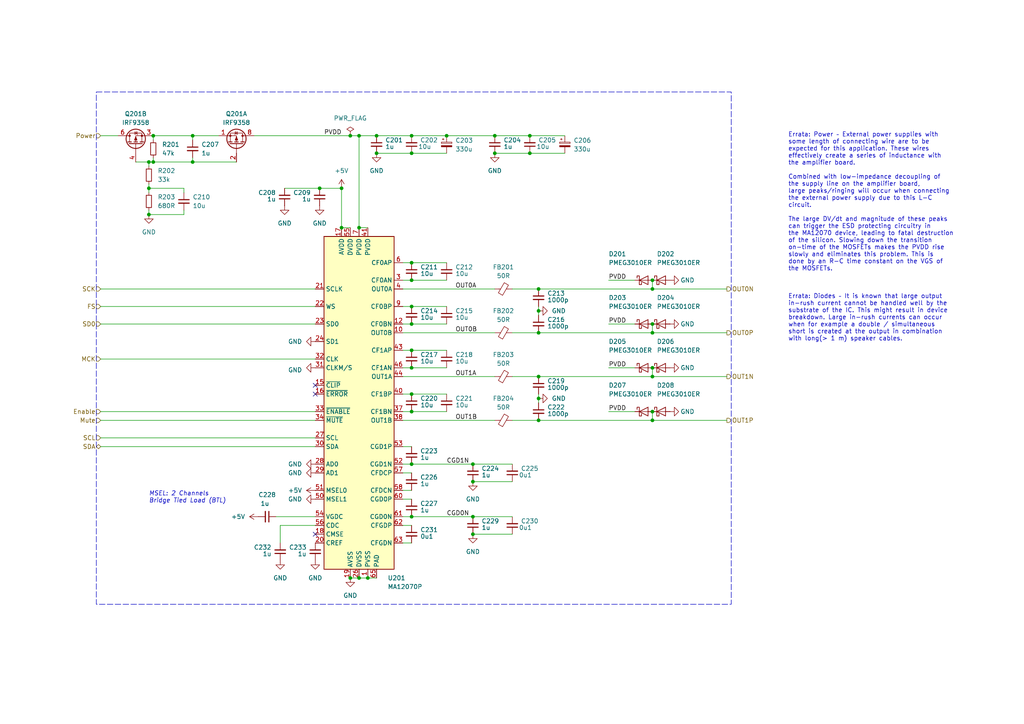
<source format=kicad_sch>
(kicad_sch (version 20250114) (generator "eeschema") (generator_version "9.0")
  (paper "A4")
  (title_block (title "Amplifier Audio") (date "2025-10-27") (rev "2") (company "Versio Duo"))
  (lib_symbols
    (symbol "Device:C_Polarized_Small" (pin_numbers (hide yes)) (pin_names (offset 0.254) (hide yes))
      (property "Reference" "C" (at 0.254 1.778 0))
      (property "Value" "C_Polarized_Small" (at 0.254 -2.032 0))
      (symbol "C_Polarized_Small_0_1"
        (rectangle (start -1.524 0.6858) (end 1.524 0.3048))
        (rectangle (start -1.524 -0.3048) (end 1.524 -0.6858) (fill (type outline)))
        (polyline (pts (xy -1.27 1.524) (xy -0.762 1.524)))
        (polyline (pts (xy -1.016 1.27) (xy -1.016 1.778)))
      )
      (symbol "C_Polarized_Small_1_1"
        (pin passive line (at 0 2.54 270) (length 1.8542) (name "~") (number "1"))
        (pin passive line (at 0 -2.54 90) (length 1.8542) (name "~") (number "2"))
      )
    )
    (symbol "Device:C_Small" (pin_numbers (hide yes)) (pin_names (offset 0.254) (hide yes))
      (property "Reference" "C" (at 0.254 1.778 0))
      (property "Value" "C_Small" (at 0.254 -2.032 0))
      (symbol "C_Small_0_1"
        (polyline (pts (xy -1.524 0.508) (xy 1.524 0.508)) (stroke (width 0.3048)))
        (polyline (pts (xy -1.524 -0.508) (xy 1.524 -0.508)) (stroke (width 0.3302)))
      )
      (symbol "C_Small_1_1"
        (pin passive line (at 0 2.54 270) (length 2.032) (name "~") (number "1"))
        (pin passive line (at 0 -2.54 90) (length 2.032) (name "~") (number "2"))
      )
    )
    (symbol "Device:FerriteBead_Small" (pin_numbers (hide yes)) (pin_names (offset 0))
      (property "Reference" "FB" (at 1.905 1.27 0))
      (property "Value" "FerriteBead_Small" (at 1.905 -1.27 0))
      (symbol "FerriteBead_Small_0_1"
        (polyline (pts (xy -1.8288 0.2794) (xy -1.1176 1.4986) (xy 1.8288 -0.2032) (xy 1.1176 -1.4224) (xy -1.8288 0.2794)))
        (polyline (pts (xy 0 0.889) (xy 0 1.2954)))
        (polyline (pts (xy 0 -1.27) (xy 0 -0.7874)))
      )
      (symbol "FerriteBead_Small_1_1"
        (pin passive line (at 0 2.54 270) (length 1.27) (name "~") (number "1"))
        (pin passive line (at 0 -2.54 90) (length 1.27) (name "~") (number "2"))
      )
    )
    (symbol "Device:R_Small" (pin_numbers (hide yes)) (pin_names (offset 0.254) (hide yes))
      (property "Reference" "R" (at 0 0 90))
      (property "Value" "R_Small" (at 1.778 0 90))
      (symbol "R_Small_0_1"
        (rectangle (start -0.762 1.778) (end 0.762 -1.778) (stroke (width 0.2032)))
      )
      (symbol "R_Small_1_1"
        (pin passive line (at 0 2.54 270) (length 0.762) (name "~") (number "1"))
        (pin passive line (at 0 -2.54 90) (length 0.762) (name "~") (number "2"))
      )
    )
    (symbol "V2_Amplifier_Audio:MA12040P"
      (property "Reference" "U" (at -10.16 49.53 0))
      (property "Value" "MA12070P" (at 3.81 49.53 0))
      (symbol "MA12040P_0_1"
        (rectangle (start -10.16 48.26) (end 10.16 -48.26) (stroke (width 0.254)) (fill (type background)))
      )
      (symbol "MA12040P_1_1"
        (pin input line (at -12.7 33.02 0) (length 2.54) (name "SCLK") (number "21"))
        (pin input line (at -12.7 27.94 0) (length 2.54) (name "WS") (number "22"))
        (pin input line (at -12.7 22.86 0) (length 2.54) (name "SD0") (number "23"))
        (pin input line (at -12.7 17.78 0) (length 2.54) (name "SD1") (number "24"))
        (pin input line (at -12.7 12.7 0) (length 2.54) (name "CLK") (number "32"))
        (pin input line (at -12.7 10.16 0) (length 2.54) (name "CLKM/S") (number "31"))
        (pin output line (at -12.7 5.08 0) (length 2.54) (name "~{CLIP}") (number "15"))
        (pin output line (at -12.7 2.54 0) (length 2.54) (name "~{ERROR}") (number "16"))
        (pin input line (at -12.7 -2.54 0) (length 2.54) (name "~{ENABLE}") (number "33"))
        (pin input line (at -12.7 -5.08 0) (length 2.54) (name "~{MUTE}") (number "34"))
        (pin input line (at -12.7 -10.16 0) (length 2.54) (name "SCL") (number "27"))
        (pin bidirectional line (at -12.7 -12.7 0) (length 2.54) (name "SDA") (number "30"))
        (pin input line (at -12.7 -17.78 0) (length 2.54) (name "AD0") (number "28"))
        (pin input line (at -12.7 -20.32 0) (length 2.54) (name "AD1") (number "29"))
        (pin input line (at -12.7 -25.4 0) (length 2.54) (name "MSEL0") (number "51"))
        (pin input line (at -12.7 -27.94 0) (length 2.54) (name "MSEL1") (number "50"))
        (pin passive line (at -12.7 -33.02 0) (length 2.54) (name "VGDC") (number "54"))
        (pin passive line (at -12.7 -35.56 0) (length 2.54) (name "CDC") (number "56"))
        (pin passive line (at -12.7 -38.1 0) (length 2.54) (name "CMSE") (number "18"))
        (pin passive line (at -12.7 -40.64 0) (length 2.54) (name "CREF") (number "20"))
        (pin power_in line (at -5.08 50.8 270) (length 2.54) (name "AVDD") (number "17"))
        (pin power_in line (at -2.54 50.8 270) (length 2.54) (name "DVDD") (number "55"))
        (pin power_in line (at -2.54 -50.8 90) (length 2.54) (name "AVSS") (number "19"))
        (pin passive line (at -2.54 -50.8 90) (length 2.54) (hide yes) (name "AVSS") (number "25"))
        (pin power_in line (at 0 50.8 270) (length 2.54) (name "PVDD") (number "7"))
        (pin passive line (at 0 50.8 270) (length 2.54) (hide yes) (name "PVDD") (number "8"))
        (pin power_in line (at 0 -50.8 90) (length 2.54) (name "DVSS") (number "26"))
        (pin passive line (at 0 -50.8 90) (length 2.54) (hide yes) (name "DVSS") (number "59"))
        (pin no_connect line (at 0 -66.04 180) (length 2.54) (hide yes) (name "NC") (number "49"))
        (pin no_connect line (at 0 -68.58 180) (length 2.54) (hide yes) (name "NC") (number "64"))
        (pin power_in line (at 2.54 50.8 270) (length 2.54) (name "PVDD") (number "41"))
        (pin passive line (at 2.54 50.8 270) (length 2.54) (hide yes) (name "PVDD") (number "42"))
        (pin power_in line (at 2.54 -50.8 90) (length 2.54) (name "PVSS") (number "1"))
        (pin passive line (at 2.54 -50.8 90) (length 2.54) (hide yes) (name "PVSS") (number "13"))
        (pin passive line (at 2.54 -50.8 90) (length 2.54) (hide yes) (name "PVSS") (number "14"))
        (pin passive line (at 2.54 -50.8 90) (length 2.54) (hide yes) (name "PVSS") (number "2"))
        (pin passive line (at 2.54 -50.8 90) (length 2.54) (hide yes) (name "PVSS") (number "35"))
        (pin passive line (at 2.54 -50.8 90) (length 2.54) (hide yes) (name "PVSS") (number "36"))
        (pin passive line (at 2.54 -50.8 90) (length 2.54) (hide yes) (name "PVSS") (number "47"))
        (pin passive line (at 2.54 -50.8 90) (length 2.54) (hide yes) (name "PVSS") (number "48"))
        (pin input line (at 5.08 -50.8 90) (length 2.54) (name "PAD") (number "65"))
        (pin passive line (at 12.7 40.64 180) (length 2.54) (name "CF0AP") (number "6"))
        (pin passive line (at 12.7 35.56 180) (length 2.54) (name "CF0AN") (number "3"))
        (pin output line (at 12.7 33.02 180) (length 2.54) (name "OUT0A") (number "4"))
        (pin passive line (at 12.7 33.02 180) (length 2.54) (hide yes) (name "OUT0A") (number "5"))
        (pin passive line (at 12.7 27.94 180) (length 2.54) (name "CF0BP") (number "9"))
        (pin passive line (at 12.7 22.86 180) (length 2.54) (name "CF0BN") (number "12"))
        (pin output line (at 12.7 20.32 180) (length 2.54) (name "OUT0B") (number "10"))
        (pin passive line (at 12.7 20.32 180) (length 2.54) (hide yes) (name "OUT0B") (number "11"))
        (pin passive line (at 12.7 15.24 180) (length 2.54) (name "CF1AP") (number "43"))
        (pin passive line (at 12.7 10.16 180) (length 2.54) (name "CF1AN") (number "46"))
        (pin output line (at 12.7 7.62 180) (length 2.54) (name "OUT1A") (number "44"))
        (pin passive line (at 12.7 7.62 180) (length 2.54) (hide yes) (name "OUT1A") (number "45"))
        (pin passive line (at 12.7 2.54 180) (length 2.54) (name "CF1BP") (number "40"))
        (pin passive line (at 12.7 -2.54 180) (length 2.54) (name "CF1BN") (number "37"))
        (pin output line (at 12.7 -5.08 180) (length 2.54) (name "OUT1B") (number "38"))
        (pin passive line (at 12.7 -5.08 180) (length 2.54) (hide yes) (name "OUT1B") (number "39"))
        (pin passive line (at 12.7 -12.7 180) (length 2.54) (name "CGD1P") (number "53"))
        (pin passive line (at 12.7 -17.78 180) (length 2.54) (name "CGD1N") (number "52"))
        (pin passive line (at 12.7 -20.32 180) (length 2.54) (name "CFDCP") (number "57"))
        (pin passive line (at 12.7 -25.4 180) (length 2.54) (name "CFDCN") (number "58"))
        (pin passive line (at 12.7 -27.94 180) (length 2.54) (name "CGD0P") (number "60"))
        (pin passive line (at 12.7 -33.02 180) (length 2.54) (name "CGD0N") (number "61"))
        (pin passive line (at 12.7 -35.56 180) (length 2.54) (name "CFGDP") (number "62"))
        (pin passive line (at 12.7 -40.64 180) (length 2.54) (name "CFGDN") (number "63"))
      )
    )
    (symbol "V2_Diode:PMEG3010ER" (pin_numbers (hide yes)) (pin_names (hide yes))
      (property "Reference" "D" (at 0 2.54 0))
      (property "Value" "PMEG3010ER" (at 0 -2.54 0))
      (symbol "PMEG3010ER_0_1"
        (polyline (pts (xy -1.905 0.635) (xy -1.905 1.27) (xy -1.27 1.27) (xy -1.27 -1.27) (xy -0.635 -1.27) (xy -0.635 -0.635)) (stroke (width 0.2032)))
        (polyline (pts (xy 1.27 1.27) (xy 1.27 -1.27) (xy -1.27 0) (xy 1.27 1.27)) (stroke (width 0.2032)))
        (polyline (pts (xy 1.27 0) (xy -1.27 0)))
      )
      (symbol "PMEG3010ER_1_1"
        (pin passive line (at -2.54 0 0) (length 1.27) (name "K") (number "1"))
        (pin passive line (at 2.54 0 180) (length 1.27) (name "A") (number "2"))
      )
    )
    (symbol "V2_Transistor_FET:IRF9358" (pin_names (hide yes))
      (property "Reference" "Q" (at 5.08 1.905 0))
      (property "Value" "IRF9358" (at 5.08 0 0))
      (symbol "IRF9358_0_1"
        (polyline (pts (xy 0.254 1.905) (xy 0.254 -1.905)) (stroke (width 0.254)))
        (polyline (pts (xy 0.254 0) (xy -2.54 0)))
        (polyline (pts (xy 0.762 2.286) (xy 0.762 1.27)) (stroke (width 0.254)))
        (polyline (pts (xy 0.762 1.778) (xy 3.302 1.778) (xy 3.302 -1.778) (xy 0.762 -1.778)))
        (polyline (pts (xy 0.762 0.508) (xy 0.762 -0.508)) (stroke (width 0.254)))
        (polyline (pts (xy 0.762 -1.27) (xy 0.762 -2.286)) (stroke (width 0.254)))
        (circle (center 1.651 0) (radius 2.794) (stroke (width 0.254)))
        (polyline (pts (xy 2.286 0) (xy 1.27 0.381) (xy 1.27 -0.381) (xy 2.286 0)) (fill (type outline)))
        (polyline (pts (xy 2.54 2.54) (xy 2.54 1.778)))
        (circle (center 2.54 1.778) (radius 0.254) (fill (type outline)))
        (circle (center 2.54 -1.778) (radius 0.254) (fill (type outline)))
        (polyline (pts (xy 2.54 -2.54) (xy 2.54 0) (xy 0.762 0)))
        (polyline (pts (xy 2.794 -0.508) (xy 2.921 -0.381) (xy 3.683 -0.381) (xy 3.81 -0.254)))
        (polyline (pts (xy 3.302 -0.381) (xy 2.921 0.254) (xy 3.683 0.254) (xy 3.302 -0.381)))
      )
      (symbol "IRF9358_1_1"
        (pin input line (at -5.08 0 0) (length 2.54) (name "G1") (number "2"))
        (pin passive line (at 2.54 5.08 270) (length 2.54) (hide yes) (name "D1") (number "7"))
        (pin passive line (at 2.54 5.08 270) (length 2.54) (name "D1") (number "8"))
        (pin passive line (at 2.54 -5.08 90) (length 2.54) (name "S1") (number "1"))
      )
      (symbol "IRF9358_2_1"
        (pin input line (at -5.08 0 0) (length 2.54) (name "G2") (number "4"))
        (pin passive line (at 2.54 5.08 270) (length 2.54) (hide yes) (name "D2") (number "5"))
        (pin passive line (at 2.54 5.08 270) (length 2.54) (name "D2") (number "6"))
        (pin passive line (at 2.54 -5.08 90) (length 2.54) (name "S2") (number "3"))
      )
    )
    (symbol "power:+5V" (power) (pin_numbers (hide yes)) (pin_names (offset 0) (hide yes))
      (property "Value" "+5V" (at 0 3.556 0))
      (symbol "+5V_0_1"
        (polyline (pts (xy -0.762 1.27) (xy 0 2.54)))
        (polyline (pts (xy 0 2.54) (xy 0.762 1.27)))
        (polyline (pts (xy 0 0) (xy 0 2.54)))
      )
      (symbol "+5V_1_1"
        (pin power_in line (at 0 0 90) (length 0) (name "~") (number "1"))
      )
    )
    (symbol "power:GND" (power) (pin_numbers (hide yes)) (pin_names (offset 0) (hide yes))
      (property "Value" "GND" (at 0 -3.81 0))
      (symbol "GND_0_1"
        (polyline (pts (xy 0 0) (xy 0 -1.27) (xy 1.27 -1.27) (xy 0 -2.54) (xy -1.27 -1.27) (xy 0 -1.27)))
      )
      (symbol "GND_1_1"
        (pin power_in line (at 0 0 270) (length 0) (name "~") (number "1"))
      )
    )
    (symbol "power:PWR_FLAG" (power) (pin_numbers (hide yes)) (pin_names (offset 0) (hide yes))
      (property "Value" "PWR_FLAG" (at 0 3.81 0))
      (symbol "PWR_FLAG_0_0"
        (pin power_out line (at 0 0 90) (length 0) (name "~") (number "1"))
      )
      (symbol "PWR_FLAG_0_1"
        (polyline (pts (xy 0 0) (xy 0 1.27) (xy -1.016 1.905) (xy 0 2.54) (xy 1.016 1.905) (xy 0 1.27)))
      )
    )
  )
  (rectangle (start 27.94 26.67) (end 212.09 175.26) (stroke (width 0) (type dash)))
  (text "Errata: Diodes – It is known that large output\nin-rush current cannot be handled well by the\nsubstrate of the IC. This might result in device\nbreakdown. Large in-rush currents can occur\nwhen for example a double / simultaneous\nshort is created at the output in combination\nwith long(> 1 m) speaker cables.\n" (at 228.6 99.06 0) (effects (font (size 1.27 1.27)) (justify left bottom)))
  (text "MSEL: 2 Channels\nBridge Tied Load (BTL)" (at 43.18 146.05 0) (effects (font (size 1.27 1.27) (italic yes)) (justify left bottom)))
  (text "Errata: Power – External power supplies with\nsome length of connecting wire are to be\nexpected for this application. These wires\neffectively create a series of inductance with\nthe amplifier board.\n\nCombined with low-impedance decoupling of\nthe supply line on the amplifier board,\nlarge peaks/ringing will occur when connecting\nthe external power supply due to this L-C\ncircuit.\n\nThe large DV/dt and magnitude of these peaks\ncan trigger the ESD protecting circuitry in\nthe MA12070 device, leading to fatal destruction\nof the silicon. Slowing down the transition\non-time of the MOSFETs makes the PVDD rise\nslowly and eliminates this problem. This is\ndone by an R-C time constant on the VGS of\nthe MOSFETs." (at 228.6 78.74 0) (effects (font (size 1.27 1.27)) (justify left bottom)))
  (junction (at 43.18 54.61))
  (junction (at 189.23 93.98))
  (junction (at 43.18 46.99))
  (junction (at 137.16 149.86))
  (junction (at 137.16 139.7))
  (junction (at 189.23 83.82))
  (junction (at 119.38 119.38))
  (junction (at 99.06 66.04))
  (junction (at 109.22 39.37))
  (junction (at 101.6 39.37))
  (junction (at 156.21 115.57))
  (junction (at 119.38 101.6))
  (junction (at 137.16 154.94))
  (junction (at 44.45 39.37))
  (junction (at 119.38 76.2))
  (junction (at 143.51 44.45))
  (junction (at 153.67 39.37))
  (junction (at 119.38 88.9))
  (junction (at 44.45 46.99))
  (junction (at 156.21 121.92))
  (junction (at 143.51 39.37))
  (junction (at 156.21 96.52))
  (junction (at 119.38 149.86))
  (junction (at 109.22 44.45))
  (junction (at 189.23 121.92))
  (junction (at 156.21 83.82))
  (junction (at 119.38 81.28))
  (junction (at 119.38 39.37))
  (junction (at 119.38 114.3))
  (junction (at 153.67 44.45))
  (junction (at 104.14 167.64))
  (junction (at 104.14 66.04))
  (junction (at 43.18 62.23))
  (junction (at 119.38 106.68))
  (junction (at 106.68 167.64))
  (junction (at 156.21 109.22))
  (junction (at 137.16 134.62))
  (junction (at 156.21 90.17))
  (junction (at 104.14 39.37))
  (junction (at 55.88 46.99))
  (junction (at 189.23 96.52))
  (junction (at 129.54 39.37))
  (junction (at 55.88 39.37))
  (junction (at 189.23 106.68))
  (junction (at 119.38 44.45))
  (junction (at 189.23 109.22))
  (junction (at 92.71 54.61))
  (junction (at 189.23 119.38))
  (junction (at 119.38 93.98))
  (junction (at 99.06 54.61))
  (junction (at 101.6 167.64))
  (junction (at 119.38 134.62))
  (junction (at 189.23 81.28))
  (no_connect (at 91.44 114.3))
  (no_connect (at 91.44 111.76))
  (no_connect (at 91.44 154.94))
  (wire (pts (xy 53.34 54.61) (xy 43.18 54.61)))
  (wire (pts (xy 148.59 121.92) (xy 156.21 121.92)))
  (wire (pts (xy 189.23 93.98) (xy 189.23 96.52)))
  (wire (pts (xy 119.38 101.6) (xy 129.54 101.6)))
  (wire (pts (xy 137.16 139.7) (xy 148.59 139.7)))
  (wire (pts (xy 119.38 144.78) (xy 116.84 144.78)))
  (wire (pts (xy 119.38 76.2) (xy 129.54 76.2)))
  (wire (pts (xy 29.21 88.9) (xy 91.44 88.9)))
  (wire (pts (xy 153.67 44.45) (xy 163.83 44.45)))
  (wire (pts (xy 116.84 101.6) (xy 119.38 101.6)))
  (wire (pts (xy 156.21 88.9) (xy 156.21 90.17)))
  (wire (pts (xy 81.28 157.48) (xy 81.28 152.4)))
  (wire (pts (xy 55.88 46.99) (xy 68.58 46.99)))
  (wire (pts (xy 99.06 66.04) (xy 101.6 66.04)))
  (wire (pts (xy 29.21 93.98) (xy 91.44 93.98)))
  (wire (pts (xy 119.38 106.68) (xy 129.54 106.68)))
  (wire (pts (xy 156.21 90.17) (xy 156.21 91.44)))
  (wire (pts (xy 143.51 44.45) (xy 153.67 44.45)))
  (wire (pts (xy 148.59 96.52) (xy 156.21 96.52)))
  (wire (pts (xy 43.18 62.23) (xy 53.34 62.23)))
  (wire (pts (xy 143.51 39.37) (xy 153.67 39.37)))
  (wire (pts (xy 43.18 48.26) (xy 43.18 46.99)))
  (wire (pts (xy 55.88 45.72) (xy 55.88 46.99)))
  (wire (pts (xy 119.38 137.16) (xy 116.84 137.16)))
  (wire (pts (xy 137.16 134.62) (xy 148.59 134.62)))
  (wire (pts (xy 119.38 142.24) (xy 116.84 142.24)))
  (wire (pts (xy 189.23 109.22) (xy 210.82 109.22)))
  (wire (pts (xy 43.18 54.61) (xy 43.18 53.34)))
  (wire (pts (xy 73.66 39.37) (xy 101.6 39.37)))
  (wire (pts (xy 119.38 134.62) (xy 116.84 134.62)))
  (wire (pts (xy 189.23 119.38) (xy 189.23 121.92)))
  (wire (pts (xy 119.38 93.98) (xy 129.54 93.98)))
  (wire (pts (xy 156.21 114.3) (xy 156.21 115.57)))
  (wire (pts (xy 116.84 119.38) (xy 119.38 119.38)))
  (wire (pts (xy 55.88 40.64) (xy 55.88 39.37)))
  (wire (pts (xy 116.84 96.52) (xy 143.51 96.52)))
  (wire (pts (xy 104.14 66.04) (xy 106.68 66.04)))
  (wire (pts (xy 116.84 93.98) (xy 119.38 93.98)))
  (wire (pts (xy 29.21 83.82) (xy 91.44 83.82)))
  (wire (pts (xy 43.18 62.23) (xy 43.18 60.96)))
  (wire (pts (xy 189.23 96.52) (xy 210.82 96.52)))
  (wire (pts (xy 119.38 134.62) (xy 137.16 134.62)))
  (wire (pts (xy 119.38 157.48) (xy 116.84 157.48)))
  (wire (pts (xy 116.84 121.92) (xy 143.51 121.92)))
  (wire (pts (xy 156.21 96.52) (xy 189.23 96.52)))
  (wire (pts (xy 189.23 81.28) (xy 189.23 83.82)))
  (wire (pts (xy 29.21 129.54) (xy 91.44 129.54)))
  (wire (pts (xy 119.38 129.54) (xy 116.84 129.54)))
  (wire (pts (xy 104.14 39.37) (xy 109.22 39.37)))
  (wire (pts (xy 43.18 55.88) (xy 43.18 54.61)))
  (wire (pts (xy 116.84 88.9) (xy 119.38 88.9)))
  (wire (pts (xy 43.18 46.99) (xy 44.45 46.99)))
  (wire (pts (xy 55.88 39.37) (xy 63.5 39.37)))
  (wire (pts (xy 148.59 109.22) (xy 156.21 109.22)))
  (wire (pts (xy 44.45 46.99) (xy 55.88 46.99)))
  (wire (pts (xy 104.14 39.37) (xy 104.14 66.04)))
  (wire (pts (xy 119.38 81.28) (xy 129.54 81.28)))
  (wire (pts (xy 29.21 119.38) (xy 91.44 119.38)))
  (wire (pts (xy 137.16 154.94) (xy 148.59 154.94)))
  (wire (pts (xy 81.28 152.4) (xy 91.44 152.4)))
  (wire (pts (xy 137.16 149.86) (xy 148.59 149.86)))
  (wire (pts (xy 116.84 83.82) (xy 143.51 83.82)))
  (wire (pts (xy 119.38 152.4) (xy 116.84 152.4)))
  (wire (pts (xy 116.84 114.3) (xy 119.38 114.3)))
  (wire (pts (xy 153.67 39.37) (xy 163.83 39.37)))
  (wire (pts (xy 176.53 93.98) (xy 184.15 93.98)))
  (wire (pts (xy 129.54 39.37) (xy 143.51 39.37)))
  (wire (pts (xy 119.38 88.9) (xy 129.54 88.9)))
  (wire (pts (xy 101.6 39.37) (xy 104.14 39.37)))
  (wire (pts (xy 44.45 39.37) (xy 55.88 39.37)))
  (wire (pts (xy 119.38 119.38) (xy 129.54 119.38)))
  (wire (pts (xy 176.53 119.38) (xy 184.15 119.38)))
  (wire (pts (xy 189.23 83.82) (xy 210.82 83.82)))
  (wire (pts (xy 156.21 109.22) (xy 189.23 109.22)))
  (wire (pts (xy 148.59 83.82) (xy 156.21 83.82)))
  (wire (pts (xy 53.34 55.88) (xy 53.34 54.61)))
  (wire (pts (xy 91.44 149.86) (xy 80.01 149.86)))
  (wire (pts (xy 39.37 46.99) (xy 43.18 46.99)))
  (wire (pts (xy 189.23 106.68) (xy 189.23 109.22)))
  (wire (pts (xy 116.84 76.2) (xy 119.38 76.2)))
  (wire (pts (xy 44.45 45.72) (xy 44.45 46.99)))
  (wire (pts (xy 53.34 62.23) (xy 53.34 60.96)))
  (wire (pts (xy 92.71 54.61) (xy 99.06 54.61)))
  (wire (pts (xy 116.84 106.68) (xy 119.38 106.68)))
  (wire (pts (xy 116.84 109.22) (xy 143.51 109.22)))
  (wire (pts (xy 29.21 104.14) (xy 91.44 104.14)))
  (wire (pts (xy 176.53 81.28) (xy 184.15 81.28)))
  (wire (pts (xy 116.84 81.28) (xy 119.38 81.28)))
  (wire (pts (xy 119.38 39.37) (xy 129.54 39.37)))
  (wire (pts (xy 156.21 115.57) (xy 156.21 116.84)))
  (wire (pts (xy 109.22 44.45) (xy 119.38 44.45)))
  (wire (pts (xy 119.38 44.45) (xy 129.54 44.45)))
  (wire (pts (xy 29.21 39.37) (xy 34.29 39.37)))
  (wire (pts (xy 109.22 39.37) (xy 119.38 39.37)))
  (wire (pts (xy 106.68 167.64) (xy 109.22 167.64)))
  (wire (pts (xy 29.21 121.92) (xy 91.44 121.92)))
  (wire (pts (xy 104.14 167.64) (xy 106.68 167.64)))
  (wire (pts (xy 101.6 167.64) (xy 104.14 167.64)))
  (wire (pts (xy 156.21 121.92) (xy 189.23 121.92)))
  (wire (pts (xy 189.23 121.92) (xy 210.82 121.92)))
  (wire (pts (xy 119.38 114.3) (xy 129.54 114.3)))
  (wire (pts (xy 44.45 40.64) (xy 44.45 39.37)))
  (wire (pts (xy 119.38 149.86) (xy 116.84 149.86)))
  (wire (pts (xy 29.21 127) (xy 91.44 127)))
  (wire (pts (xy 82.55 54.61) (xy 92.71 54.61)))
  (wire (pts (xy 99.06 54.61) (xy 99.06 66.04)))
  (wire (pts (xy 176.53 106.68) (xy 184.15 106.68)))
  (wire (pts (xy 119.38 149.86) (xy 137.16 149.86)))
  (wire (pts (xy 156.21 83.82) (xy 189.23 83.82)))
  (label "PVDD" (at 176.53 93.98 0))
  (label "OUT1B" (at 132.08 121.92 0))
  (label "PVDD" (at 176.53 119.38 0))
  (label "CGD0N" (at 129.54 149.86 0))
  (label "PVDD" (at 93.98 39.37 0))
  (label "OUT1A" (at 132.08 109.22 0))
  (label "PVDD" (at 176.53 81.28 0))
  (label "OUT0A" (at 132.08 83.82 0))
  (label "PVDD" (at 176.53 106.68 0))
  (label "CGD1N" (at 129.54 134.62 0))
  (label "OUT0B" (at 132.08 96.52 0))
  (hierarchical_label "MCK" (shape input) (at 29.21 104.14 180))
  (hierarchical_label "Power" (shape input) (at 29.21 39.37 180))
  (hierarchical_label "Enable" (shape input) (at 29.21 119.38 180))
  (hierarchical_label "SCK" (shape input) (at 29.21 83.82 180))
  (hierarchical_label "OUT0P" (shape output) (at 210.82 96.52 0))
  (hierarchical_label "FS" (shape input) (at 29.21 88.9 180))
  (hierarchical_label "OUT1N" (shape output) (at 210.82 109.22 0))
  (hierarchical_label "SD0" (shape input) (at 29.21 93.98 180))
  (hierarchical_label "SCL" (shape input) (at 29.21 127 180))
  (hierarchical_label "OUT1P" (shape output) (at 210.82 121.92 0))
  (hierarchical_label "Mute" (shape input) (at 29.21 121.92 180))
  (hierarchical_label "SDA" (shape bidirectional) (at 29.21 129.54 180))
  (hierarchical_label "OUT0N" (shape output) (at 210.82 83.82 0))
  (symbol (lib_id "Device:C_Small") (at 156.21 111.76 0) (unit 1)
    (property "Reference" "C219" (at 158.75 110.49 0) (effects (justify left)))
    (property "Value" "1000p" (at 158.75 112.4013 0) (effects (justify left)))
    (property "Footprint" "Capacitor_SMD:C_0603_1608Metric" (effects (hide yes)))
  )
  (symbol (lib_id "Device:C_Small") (at 119.38 116.84 0) (unit 1)
    (property "Reference" "C220" (at 121.92 115.57 0) (effects (justify left)))
    (property "Value" "10u" (at 121.92 117.4813 0) (effects (justify left)))
    (property "Footprint" "Capacitor_SMD:C_0805_2012Metric" (effects (hide yes)))
  )
  (symbol (lib_id "Device:C_Small") (at 119.38 132.08 180) (unit 1)
    (property "Reference" "C223" (at 127 130.81 0) (effects (justify left)))
    (property "Value" "1u" (at 123.19 132.7087 0))
    (property "Footprint" "Capacitor_SMD:C_0603_1608Metric" (effects (hide yes)))
  )
  (symbol (lib_id "Device:C_Small") (at 119.38 154.94 0) (unit 1)
    (property "Reference" "C231" (at 121.92 153.67 0) (effects (justify left)))
    (property "Value" "0u1" (at 121.92 155.5813 0) (effects (justify left)))
    (property "Footprint" "Capacitor_SMD:C_0603_1608Metric" (effects (hide yes)))
  )
  (symbol (lib_id "V2_Amplifier_Audio:MA12040P") (at 104.14 116.84 0) (unit 1)
    (property "Reference" "U201" (at 112.4459 167.64 0) (effects (justify left)))
    (property "Value" "MA12070P" (at 112.4459 170.18 0) (effects (justify left)))
    (property "Footprint" "V2_Package_DFN_QFN:QFN-64-1EP_9x9mm_P0.5mm_EP5.45x5.45mm_ThermalVias" (effects (hide yes)))
  )
  (symbol (lib_id "Device:R_Small") (at 43.18 58.42 0) (unit 1)
    (property "Reference" "R203" (at 45.72 57.15 0) (effects (justify left)))
    (property "Value" "680R" (at 45.72 59.69 0) (effects (justify left)))
    (property "Footprint" "Resistor_SMD:R_0603_1608Metric" (effects (hide yes)))
  )
  (symbol (lib_id "V2_Diode:PMEG3010ER") (at 186.69 119.38 0) (unit 1)
    (property "Reference" "D207" (at 176.53 111.76 0) (effects (justify left)))
    (property "Value" "PMEG3010ER" (at 176.53 114.3 0) (effects (justify left)))
    (property "Footprint" "Diode_SMD:Nexperia_CFP3_SOD-123W" (effects (hide yes)))
  )
  (symbol (lib_id "Device:FerriteBead_Small") (at 146.05 83.82 90) (unit 1)
    (property "Reference" "FB201" (at 146.0119 77.47 90))
    (property "Value" "50R" (at 146.0119 80.01 90))
    (property "Footprint" "Inductor_SMD:L_1206_3216Metric" (effects (hide yes)))
  )
  (symbol (lib_id "Device:C_Small") (at 143.51 41.91 0) (unit 1)
    (property "Reference" "C204" (at 146.05 40.64 0) (effects (justify left)))
    (property "Value" "1u" (at 146.05 42.5513 0) (effects (justify left)))
    (property "Footprint" "Capacitor_SMD:C_0603_1608Metric" (effects (hide yes)))
  )
  (symbol (lib_id "Device:C_Small") (at 82.55 57.15 180) (unit 1)
    (property "Reference" "C208" (at 80.01 55.88 0) (effects (justify left)))
    (property "Value" "1u" (at 78.74 57.7787 0))
    (property "Footprint" "Capacitor_SMD:C_0603_1608Metric" (effects (hide yes)))
  )
  (symbol (lib_id "power:GND") (at 91.44 137.16 270) (unit 1)
    (property "Reference" "#PWR0216" (effects (hide yes)))
    (property "Value" "GND" (at 87.63 137.16 90) (effects (justify right)))
  )
  (symbol (lib_id "Device:C_Small") (at 55.88 43.18 0) (unit 1)
    (property "Reference" "C207" (at 58.42 41.91 0) (effects (justify left)))
    (property "Value" "1u" (at 58.42 44.45 0) (effects (justify left)))
    (property "Footprint" "Capacitor_SMD:C_0603_1608Metric" (effects (hide yes)))
  )
  (symbol (lib_id "Device:R_Small") (at 43.18 50.8 0) (unit 1)
    (property "Reference" "R202" (at 45.72 49.53 0) (effects (justify left)))
    (property "Value" "33k" (at 45.72 52.07 0) (effects (justify left)))
    (property "Footprint" "Resistor_SMD:R_0603_1608Metric" (effects (hide yes)))
  )
  (symbol (lib_id "power:GND") (at 91.44 134.62 270) (unit 1)
    (property "Reference" "#PWR0215" (effects (hide yes)))
    (property "Value" "GND" (at 87.63 134.62 90) (effects (justify right)))
  )
  (symbol (lib_id "Device:C_Small") (at 119.38 41.91 180) (unit 1)
    (property "Reference" "C202" (at 127 40.64 0) (effects (justify left)))
    (property "Value" "10u" (at 123.19 42.5387 0))
    (property "Footprint" "Capacitor_SMD:C_0805_2012Metric" (effects (hide yes)))
  )
  (symbol (lib_id "Device:C_Small") (at 119.38 78.74 0) (unit 1)
    (property "Reference" "C211" (at 121.92 77.47 0) (effects (justify left)))
    (property "Value" "10u" (at 121.92 79.3813 0) (effects (justify left)))
    (property "Footprint" "Capacitor_SMD:C_0805_2012Metric" (effects (hide yes)))
  )
  (symbol (lib_id "V2_Diode:PMEG3010ER") (at 191.77 119.38 0) (unit 1)
    (property "Reference" "D208" (at 190.5 111.76 0) (effects (justify left)))
    (property "Value" "PMEG3010ER" (at 190.5 114.3 0) (effects (justify left)))
    (property "Footprint" "Diode_SMD:Nexperia_CFP3_SOD-123W" (effects (hide yes)))
  )
  (symbol (lib_id "Device:C_Small") (at 81.28 160.02 180) (unit 1)
    (property "Reference" "C232" (at 78.74 158.75 0) (effects (justify left)))
    (property "Value" "1u" (at 77.47 160.6487 0))
    (property "Footprint" "Capacitor_SMD:C_0603_1608Metric" (effects (hide yes)))
  )
  (symbol (lib_id "Device:C_Small") (at 53.34 58.42 0) (unit 1)
    (property "Reference" "C210" (at 55.88 57.15 0) (effects (justify left)))
    (property "Value" "10u" (at 55.88 59.69 0) (effects (justify left)))
    (property "Footprint" "Capacitor_SMD:C_0805_2012Metric" (effects (hide yes)))
  )
  (symbol (lib_id "Device:C_Small") (at 77.47 149.86 270) (unit 1)
    (property "Reference" "C228" (at 74.93 143.51 90) (effects (justify left)))
    (property "Value" "1u" (at 76.8287 146.05 90))
    (property "Footprint" "Capacitor_SMD:C_0603_1608Metric" (effects (hide yes)))
  )
  (symbol (lib_id "power:+5V") (at 91.44 142.24 90) (unit 1)
    (property "Reference" "#PWR0218" (effects (hide yes)))
    (property "Value" "+5V" (at 87.63 142.24 90) (effects (justify left)))
  )
  (symbol (lib_id "V2_Diode:PMEG3010ER") (at 191.77 93.98 0) (unit 1)
    (property "Reference" "D204" (at 190.5 86.36 0) (effects (justify left)))
    (property "Value" "PMEG3010ER" (at 190.5 88.9 0) (effects (justify left)))
    (property "Footprint" "Diode_SMD:Nexperia_CFP3_SOD-123W" (effects (hide yes)))
  )
  (symbol (lib_id "Device:C_Small") (at 119.38 147.32 180) (unit 1)
    (property "Reference" "C227" (at 127 146.05 0) (effects (justify left)))
    (property "Value" "1u" (at 123.19 147.9487 0))
    (property "Footprint" "Capacitor_SMD:C_0603_1608Metric" (effects (hide yes)))
  )
  (symbol (lib_id "Device:C_Small") (at 148.59 137.16 180) (unit 1)
    (property "Reference" "C225" (at 156.21 135.89 0) (effects (justify left)))
    (property "Value" "0u1" (at 152.4 137.7887 0))
    (property "Footprint" "Capacitor_SMD:C_0603_1608Metric" (effects (hide yes)))
  )
  (symbol (lib_id "Device:C_Small") (at 129.54 78.74 0) (unit 1)
    (property "Reference" "C212" (at 132.08 77.47 0) (effects (justify left)))
    (property "Value" "10u" (at 132.08 79.3813 0) (effects (justify left)))
    (property "Footprint" "Capacitor_SMD:C_0805_2012Metric" (effects (hide yes)))
  )
  (symbol (lib_id "power:GND") (at 143.51 44.45 0) (unit 1)
    (property "Reference" "#PWR0202" (effects (hide yes)))
    (property "Value" "GND" (at 143.51 49.53 0))
  )
  (symbol (lib_id "power:GND") (at 91.44 106.68 270) (unit 1)
    (property "Reference" "#PWR0211" (effects (hide yes)))
    (property "Value" "GND" (at 87.63 107.315 90) (effects (justify right)))
  )
  (symbol (lib_id "Device:C_Polarized_Small") (at 163.83 41.91 0) (unit 1)
    (property "Reference" "C206" (at 166.37 40.7289 0) (effects (justify left)))
    (property "Value" "330u" (at 166.37 43.2689 0) (effects (justify left)))
    (property "Footprint" "Capacitor_SMD:CP_Elec_8x10" (effects (hide yes)))
  )
  (symbol (lib_id "power:GND") (at 43.18 62.23 0) (unit 1)
    (property "Reference" "#PWR0206" (effects (hide yes)))
    (property "Value" "GND" (at 43.18 67.31 0))
  )
  (symbol (lib_id "Device:FerriteBead_Small") (at 146.05 96.52 90) (unit 1)
    (property "Reference" "FB202" (at 146.0119 90.17 90))
    (property "Value" "50R" (at 146.0119 92.71 90))
    (property "Footprint" "Inductor_SMD:L_1206_3216Metric" (effects (hide yes)))
  )
  (symbol (lib_id "power:GND") (at 82.55 59.69 0) (unit 1)
    (property "Reference" "#PWR0204" (effects (hide yes)))
    (property "Value" "GND" (at 82.55 64.77 0))
  )
  (symbol (lib_id "Device:C_Small") (at 91.44 160.02 0) (unit 1)
    (property "Reference" "C233" (at 83.82 158.75 0) (effects (justify left)))
    (property "Value" "1u" (at 87.63 160.6613 0))
    (property "Footprint" "Capacitor_SMD:C_0603_1608Metric" (effects (hide yes)))
  )
  (symbol (lib_id "power:+5V") (at 74.93 149.86 90) (unit 1)
    (property "Reference" "#PWR0220" (effects (hide yes)))
    (property "Value" "+5V" (at 71.12 149.86 90) (effects (justify left)))
  )
  (symbol (lib_id "Device:C_Small") (at 109.22 41.91 0) (unit 1)
    (property "Reference" "C201" (at 111.76 40.64 0) (effects (justify left)))
    (property "Value" "1u" (at 111.76 42.5513 0) (effects (justify left)))
    (property "Footprint" "Capacitor_SMD:C_0603_1608Metric" (effects (hide yes)))
  )
  (symbol (lib_id "Device:C_Small") (at 156.21 93.98 0) (unit 1)
    (property "Reference" "C216" (at 158.75 92.71 0) (effects (justify left)))
    (property "Value" "1000p" (at 158.75 94.6213 0) (effects (justify left)))
    (property "Footprint" "Capacitor_SMD:C_0603_1608Metric" (effects (hide yes)))
  )
  (symbol (lib_id "Device:C_Small") (at 156.21 119.38 0) (unit 1)
    (property "Reference" "C222" (at 158.75 118.11 0) (effects (justify left)))
    (property "Value" "1000p" (at 158.75 120.0213 0) (effects (justify left)))
    (property "Footprint" "Capacitor_SMD:C_0603_1608Metric" (effects (hide yes)))
  )
  (symbol (lib_id "power:GND") (at 92.71 59.69 0) (unit 1)
    (property "Reference" "#PWR0205" (effects (hide yes)))
    (property "Value" "GND" (at 92.71 64.77 0))
  )
  (symbol (lib_id "power:GND") (at 194.31 106.68 90) (unit 1)
    (property "Reference" "#PWR0212" (effects (hide yes)))
    (property "Value" "GND" (at 199.39 106.68 90))
  )
  (symbol (lib_id "Device:C_Small") (at 92.71 57.15 180) (unit 1)
    (property "Reference" "C209" (at 90.17 55.88 0) (effects (justify left)))
    (property "Value" "1u" (at 88.9 57.7787 0))
    (property "Footprint" "Capacitor_SMD:C_0603_1608Metric" (effects (hide yes)))
  )
  (symbol (lib_id "Device:R_Small") (at 44.45 43.18 0) (unit 1)
    (property "Reference" "R201" (at 46.99 41.91 0) (effects (justify left)))
    (property "Value" "47k" (at 46.99 44.45 0) (effects (justify left)))
    (property "Footprint" "Resistor_SMD:R_0603_1608Metric" (effects (hide yes)))
  )
  (symbol (lib_id "Device:C_Small") (at 153.67 41.91 180) (unit 1)
    (property "Reference" "C205" (at 161.29 40.64 0) (effects (justify left)))
    (property "Value" "10u" (at 157.48 42.5387 0))
    (property "Footprint" "Capacitor_SMD:C_0805_2012Metric" (effects (hide yes)))
  )
  (symbol (lib_id "V2_Transistor_FET:IRF9358") (at 68.58 41.91 270) (mirror x) (unit 1)
    (property "Reference" "Q201" (at 68.58 33.02 90))
    (property "Value" "IRF9358" (at 68.58 35.56 90))
    (property "Footprint" "Package_SO:SOIC-8_3.9x4.9mm_P1.27mm" (effects (hide yes)))
    (property "Datasheet" "http://www.infineon.com/dgdl/irf7324pbf.pdf?fileId=5546d462533600a4015355f5f0861b4b" (effects (hide yes)))
  )
  (symbol (lib_id "power:GND") (at 81.28 162.56 0) (unit 1)
    (property "Reference" "#PWR0222" (effects (hide yes)))
    (property "Value" "GND" (at 81.28 167.64 0))
  )
  (symbol (lib_id "power:PWR_FLAG") (at 101.6 39.37 0) (unit 1)
    (property "Reference" "#FLG0201" (effects (hide yes)))
    (property "Value" "PWR_FLAG" (at 101.6 34.29 0))
  )
  (symbol (lib_id "V2_Diode:PMEG3010ER") (at 186.69 93.98 0) (unit 1)
    (property "Reference" "D203" (at 176.53 86.36 0) (effects (justify left)))
    (property "Value" "PMEG3010ER" (at 176.53 88.9 0) (effects (justify left)))
    (property "Footprint" "Diode_SMD:Nexperia_CFP3_SOD-123W" (effects (hide yes)))
  )
  (symbol (lib_id "power:GND") (at 137.16 154.94 0) (unit 1)
    (property "Reference" "#PWR0221" (effects (hide yes)))
    (property "Value" "GND" (at 137.16 160.02 0))
  )
  (symbol (lib_id "Device:C_Small") (at 119.38 104.14 0) (unit 1)
    (property "Reference" "C217" (at 121.92 102.87 0) (effects (justify left)))
    (property "Value" "10u" (at 121.92 104.7813 0) (effects (justify left)))
    (property "Footprint" "Capacitor_SMD:C_0805_2012Metric" (effects (hide yes)))
  )
  (symbol (lib_id "V2_Diode:PMEG3010ER") (at 191.77 106.68 0) (unit 1)
    (property "Reference" "D206" (at 190.5 99.06 0) (effects (justify left)))
    (property "Value" "PMEG3010ER" (at 190.5 101.6 0) (effects (justify left)))
    (property "Footprint" "Diode_SMD:Nexperia_CFP3_SOD-123W" (effects (hide yes)))
  )
  (symbol (lib_id "Device:C_Polarized_Small") (at 129.54 41.91 0) (unit 1)
    (property "Reference" "C203" (at 132.08 40.7289 0) (effects (justify left)))
    (property "Value" "330u" (at 132.08 43.2689 0) (effects (justify left)))
    (property "Footprint" "Capacitor_SMD:CP_Elec_8x10" (effects (hide yes)))
  )
  (symbol (lib_id "power:GND") (at 91.44 144.78 270) (unit 1)
    (property "Reference" "#PWR0219" (effects (hide yes)))
    (property "Value" "GND" (at 87.63 144.78 90) (effects (justify right)))
  )
  (symbol (lib_id "power:GND") (at 137.16 139.7 0) (unit 1)
    (property "Reference" "#PWR0217" (effects (hide yes)))
    (property "Value" "GND" (at 137.16 144.78 0))
  )
  (symbol (lib_id "Device:C_Small") (at 129.54 104.14 0) (unit 1)
    (property "Reference" "C218" (at 132.08 102.87 0) (effects (justify left)))
    (property "Value" "10u" (at 132.08 104.7813 0) (effects (justify left)))
    (property "Footprint" "Capacitor_SMD:C_0805_2012Metric" (effects (hide yes)))
  )
  (symbol (lib_id "Device:C_Small") (at 129.54 91.44 0) (unit 1)
    (property "Reference" "C215" (at 132.08 90.17 0) (effects (justify left)))
    (property "Value" "10u" (at 132.08 92.0813 0) (effects (justify left)))
    (property "Footprint" "Capacitor_SMD:C_0805_2012Metric" (effects (hide yes)))
  )
  (symbol (lib_id "Device:FerriteBead_Small") (at 146.05 109.22 90) (unit 1)
    (property "Reference" "FB203" (at 146.0119 102.87 90))
    (property "Value" "50R" (at 146.0119 105.41 90))
    (property "Footprint" "Inductor_SMD:L_1206_3216Metric" (effects (hide yes)))
  )
  (symbol (lib_id "Device:C_Small") (at 119.38 139.7 180) (unit 1)
    (property "Reference" "C226" (at 127 138.43 0) (effects (justify left)))
    (property "Value" "1u" (at 123.19 140.3287 0))
    (property "Footprint" "Capacitor_SMD:C_0603_1608Metric" (effects (hide yes)))
  )
  (symbol (lib_id "power:GND") (at 156.21 115.57 90) (unit 1)
    (property "Reference" "#PWR0213" (effects (hide yes)))
    (property "Value" "GND" (at 160.02 115.57 90) (effects (justify right)))
  )
  (symbol (lib_id "power:GND") (at 91.44 99.06 270) (unit 1)
    (property "Reference" "#PWR0210" (effects (hide yes)))
    (property "Value" "GND" (at 87.63 99.06 90) (effects (justify right)))
  )
  (symbol (lib_id "Device:C_Small") (at 156.21 86.36 0) (unit 1)
    (property "Reference" "C213" (at 158.75 85.09 0) (effects (justify left)))
    (property "Value" "1000p" (at 158.75 87.0013 0) (effects (justify left)))
    (property "Footprint" "Capacitor_SMD:C_0603_1608Metric" (effects (hide yes)))
  )
  (symbol (lib_id "power:GND") (at 194.31 119.38 90) (unit 1)
    (property "Reference" "#PWR0214" (effects (hide yes)))
    (property "Value" "GND" (at 199.39 119.38 90))
  )
  (symbol (lib_id "power:GND") (at 91.44 162.56 0) (unit 1)
    (property "Reference" "#PWR0223" (effects (hide yes)))
    (property "Value" "GND" (at 91.44 167.64 0))
  )
  (symbol (lib_id "Device:C_Small") (at 137.16 152.4 180) (unit 1)
    (property "Reference" "C229" (at 144.78 151.13 0) (effects (justify left)))
    (property "Value" "1u" (at 140.97 153.0287 0))
    (property "Footprint" "Capacitor_SMD:C_0603_1608Metric" (effects (hide yes)))
  )
  (symbol (lib_id "power:GND") (at 194.31 93.98 90) (unit 1)
    (property "Reference" "#PWR0209" (effects (hide yes)))
    (property "Value" "GND" (at 199.39 93.98 90))
  )
  (symbol (lib_id "Device:C_Small") (at 129.54 116.84 0) (unit 1)
    (property "Reference" "C221" (at 132.08 115.57 0) (effects (justify left)))
    (property "Value" "10u" (at 132.08 117.4813 0) (effects (justify left)))
    (property "Footprint" "Capacitor_SMD:C_0805_2012Metric" (effects (hide yes)))
  )
  (symbol (lib_id "power:GND") (at 156.21 90.17 90) (unit 1)
    (property "Reference" "#PWR0208" (effects (hide yes)))
    (property "Value" "GND" (at 160.02 90.17 90) (effects (justify right)))
  )
  (symbol (lib_id "power:GND") (at 101.6 167.64 0) (unit 1)
    (property "Reference" "#PWR0224" (effects (hide yes)))
    (property "Value" "GND" (at 101.6 172.72 0))
  )
  (symbol (lib_id "Device:C_Small") (at 148.59 152.4 180) (unit 1)
    (property "Reference" "C230" (at 156.21 151.13 0) (effects (justify left)))
    (property "Value" "0u1" (at 152.4 153.0287 0))
    (property "Footprint" "Capacitor_SMD:C_0603_1608Metric" (effects (hide yes)))
  )
  (symbol (lib_id "Device:C_Small") (at 119.38 91.44 0) (unit 1)
    (property "Reference" "C214" (at 121.92 90.17 0) (effects (justify left)))
    (property "Value" "10u" (at 121.92 92.0813 0) (effects (justify left)))
    (property "Footprint" "Capacitor_SMD:C_0805_2012Metric" (effects (hide yes)))
  )
  (symbol (lib_id "V2_Diode:PMEG3010ER") (at 186.69 81.28 0) (unit 1)
    (property "Reference" "D201" (at 176.53 73.66 0) (effects (justify left)))
    (property "Value" "PMEG3010ER" (at 176.53 76.2 0) (effects (justify left)))
    (property "Footprint" "Diode_SMD:Nexperia_CFP3_SOD-123W" (effects (hide yes)))
  )
  (symbol (lib_id "power:GND") (at 194.31 81.28 90) (unit 1)
    (property "Reference" "#PWR0207" (effects (hide yes)))
    (property "Value" "GND" (at 199.39 81.28 90))
  )
  (symbol (lib_id "V2_Diode:PMEG3010ER") (at 191.77 81.28 0) (unit 1)
    (property "Reference" "D202" (at 190.5 73.66 0) (effects (justify left)))
    (property "Value" "PMEG3010ER" (at 190.5 76.2 0) (effects (justify left)))
    (property "Footprint" "Diode_SMD:Nexperia_CFP3_SOD-123W" (effects (hide yes)))
  )
  (symbol (lib_id "V2_Transistor_FET:IRF9358") (at 39.37 41.91 90) (unit 2)
    (property "Reference" "Q201" (at 39.37 33.02 90))
    (property "Value" "IRF9358" (at 39.37 35.56 90))
    (property "Footprint" "Package_SO:SOIC-8_3.9x4.9mm_P1.27mm" (effects (hide yes)))
    (property "Datasheet" "http://www.infineon.com/dgdl/irf7324pbf.pdf?fileId=5546d462533600a4015355f5f0861b4b" (effects (hide yes)))
  )
  (symbol (lib_id "Device:C_Small") (at 137.16 137.16 180) (unit 1)
    (property "Reference" "C224" (at 144.78 135.89 0) (effects (justify left)))
    (property "Value" "1u" (at 140.97 137.7887 0))
    (property "Footprint" "Capacitor_SMD:C_0603_1608Metric" (effects (hide yes)))
  )
  (symbol (lib_id "V2_Diode:PMEG3010ER") (at 186.69 106.68 0) (unit 1)
    (property "Reference" "D205" (at 176.53 99.06 0) (effects (justify left)))
    (property "Value" "PMEG3010ER" (at 176.53 101.6 0) (effects (justify left)))
    (property "Footprint" "Diode_SMD:Nexperia_CFP3_SOD-123W" (effects (hide yes)))
  )
  (symbol (lib_id "power:GND") (at 109.22 44.45 0) (unit 1)
    (property "Reference" "#PWR0201" (effects (hide yes)))
    (property "Value" "GND" (at 109.22 49.53 0))
  )
  (symbol (lib_id "Device:FerriteBead_Small") (at 146.05 121.92 90) (unit 1)
    (property "Reference" "FB204" (at 146.0119 115.57 90))
    (property "Value" "50R" (at 146.0119 118.11 90))
    (property "Footprint" "Inductor_SMD:L_1206_3216Metric" (effects (hide yes)))
  )
  (symbol (lib_id "power:+5V") (at 99.06 54.61 0) (unit 1)
    (property "Reference" "#PWR0203" (effects (hide yes)))
    (property "Value" "+5V" (at 99.06 49.53 0))
  )
)
</source>
